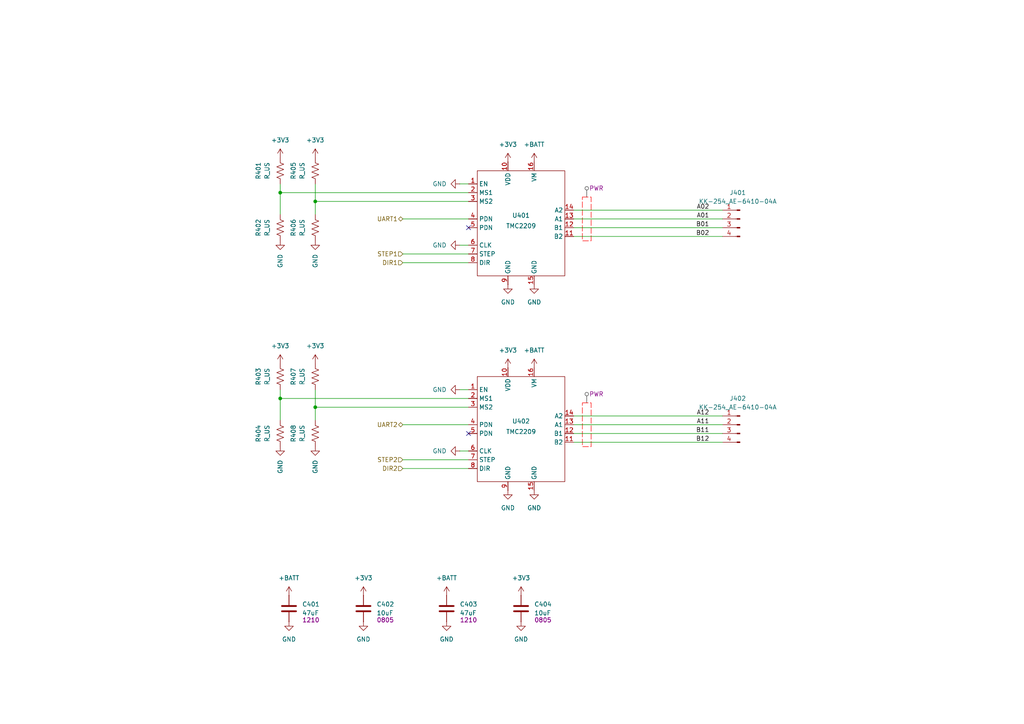
<source format=kicad_sch>
(kicad_sch (version 20250114) (generator "eeschema") (generator_version "9.0")
  (paper "A4")
  (lib_symbols
    (symbol "Connector:Conn_01x04_Pin" (pin_names (offset 1.016) (hide yes))
      (property "Reference" "J" (at 0 5.08 0))
      (property "Value" "Conn_01x04_Pin" (at 0 -7.62 0))
      (symbol "Conn_01x04_Pin_1_1"
        (rectangle (start 0.8636 2.667) (end 0 2.413) (stroke (width 0.1524)) (fill (type outline)))
        (rectangle (start 0.8636 0.127) (end 0 -0.127) (stroke (width 0.1524)) (fill (type outline)))
        (rectangle (start 0.8636 -2.413) (end 0 -2.667) (stroke (width 0.1524)) (fill (type outline)))
        (rectangle (start 0.8636 -4.953) (end 0 -5.207) (stroke (width 0.1524)) (fill (type outline)))
        (polyline (pts (xy 1.27 2.54) (xy 0.8636 2.54)) (stroke (width 0.1524)))
        (polyline (pts (xy 1.27 0) (xy 0.8636 0)) (stroke (width 0.1524)))
        (polyline (pts (xy 1.27 -2.54) (xy 0.8636 -2.54)) (stroke (width 0.1524)))
        (polyline (pts (xy 1.27 -5.08) (xy 0.8636 -5.08)) (stroke (width 0.1524)))
        (pin passive line (at 5.08 2.54 180) (length 3.81) (name "Pin_1") (number "1"))
        (pin passive line (at 5.08 0 180) (length 3.81) (name "Pin_2") (number "2"))
        (pin passive line (at 5.08 -2.54 180) (length 3.81) (name "Pin_3") (number "3"))
        (pin passive line (at 5.08 -5.08 180) (length 3.81) (name "Pin_4") (number "4"))
      )
    )
    (symbol "Device:C" (pin_numbers (hide yes)) (pin_names (offset 0.254))
      (property "Reference" "C" (at 0.635 2.54 0))
      (property "Value" "C" (at 0.635 -2.54 0))
      (symbol "C_0_1"
        (polyline (pts (xy -2.032 0.762) (xy 2.032 0.762)) (stroke (width 0.508)))
        (polyline (pts (xy -2.032 -0.762) (xy 2.032 -0.762)) (stroke (width 0.508)))
      )
      (symbol "C_1_1"
        (pin passive line (at 0 3.81 270) (length 2.794) (name "~") (number "1"))
        (pin passive line (at 0 -3.81 90) (length 2.794) (name "~") (number "2"))
      )
    )
    (symbol "Device:R_US" (pin_numbers (hide yes)) (pin_names (offset 0))
      (property "Reference" "R" (at 2.54 0 90))
      (property "Value" "R_US" (at -2.54 0 90))
      (symbol "R_US_0_1"
        (polyline (pts (xy 0 2.286) (xy 0 2.54)))
        (polyline (pts (xy 0 2.286) (xy 1.016 1.905) (xy 0 1.524) (xy -1.016 1.143) (xy 0 0.762)))
        (polyline (pts (xy 0 0.762) (xy 1.016 0.381) (xy 0 0) (xy -1.016 -0.381) (xy 0 -0.762)))
        (polyline (pts (xy 0 -0.762) (xy 1.016 -1.143) (xy 0 -1.524) (xy -1.016 -1.905) (xy 0 -2.286)))
        (polyline (pts (xy 0 -2.286) (xy 0 -2.54)))
      )
      (symbol "R_US_1_1"
        (pin passive line (at 0 3.81 270) (length 1.27) (name "~") (number "1"))
        (pin passive line (at 0 -3.81 90) (length 1.27) (name "~") (number "2"))
      )
    )
    (symbol "Pokibot:TMC2209"
      (property "Reference" "U" (at -2.032 -3.302 0))
      (property "Value" "TMC2209" (at 0 -6.096 0))
      (symbol "TMC2209_0_1"
        (rectangle (start -12.7 11.43) (end 12.7 -19.05))
      )
      (symbol "TMC2209_1_1"
        (pin input line (at -15.24 7.62 0) (length 2.54) (name "EN") (number "1"))
        (pin input line (at -15.24 5.08 0) (length 2.54) (name "MS1") (number "2"))
        (pin input line (at -15.24 2.54 0) (length 2.54) (name "MS2") (number "3"))
        (pin input line (at -15.24 -2.54 0) (length 2.54) (name "PDN") (number "4"))
        (pin input line (at -15.24 -5.08 0) (length 2.54) (name "PDN") (number "5"))
        (pin input line (at -15.24 -10.16 0) (length 2.54) (name "CLK") (number "6"))
        (pin input line (at -15.24 -12.7 0) (length 2.54) (name "STEP") (number "7"))
        (pin input line (at -15.24 -15.24 0) (length 2.54) (name "DIR") (number "8"))
        (pin input line (at -3.81 13.97 270) (length 2.54) (name "VDD") (number "10"))
        (pin input line (at -3.81 -21.59 90) (length 2.54) (name "GND") (number "9"))
        (pin input line (at 3.81 13.97 270) (length 2.54) (name "VM") (number "16"))
        (pin input line (at 3.81 -21.59 90) (length 2.54) (name "GND") (number "15"))
        (pin input line (at 15.24 0 180) (length 2.54) (name "A2") (number "14"))
        (pin input line (at 15.24 -2.54 180) (length 2.54) (name "A1") (number "13"))
        (pin input line (at 15.24 -5.08 180) (length 2.54) (name "B1") (number "12"))
        (pin input line (at 15.24 -7.62 180) (length 2.54) (name "B2") (number "11"))
      )
    )
    (symbol "power:+3V3" (power) (pin_numbers (hide yes)) (pin_names (offset 0) (hide yes))
      (property "Value" "+3V3" (at 0 3.556 0))
      (symbol "+3V3_0_1"
        (polyline (pts (xy -0.762 1.27) (xy 0 2.54)))
        (polyline (pts (xy 0 2.54) (xy 0.762 1.27)))
        (polyline (pts (xy 0 0) (xy 0 2.54)))
      )
      (symbol "+3V3_1_1"
        (pin power_in line (at 0 0 90) (length 0) (name "~") (number "1"))
      )
    )
    (symbol "power:+BATT" (power) (pin_numbers (hide yes)) (pin_names (offset 0) (hide yes))
      (property "Value" "+BATT" (at 0 3.556 0))
      (symbol "+BATT_0_1"
        (polyline (pts (xy -0.762 1.27) (xy 0 2.54)))
        (polyline (pts (xy 0 2.54) (xy 0.762 1.27)))
        (polyline (pts (xy 0 0) (xy 0 2.54)))
      )
      (symbol "+BATT_1_1"
        (pin power_in line (at 0 0 90) (length 0) (name "~") (number "1"))
      )
    )
    (symbol "power:GND" (power) (pin_numbers (hide yes)) (pin_names (offset 0) (hide yes))
      (property "Value" "GND" (at 0 -3.81 0))
      (symbol "GND_0_1"
        (polyline (pts (xy 0 0) (xy 0 -1.27) (xy 1.27 -1.27) (xy 0 -2.54) (xy -1.27 -1.27) (xy 0 -1.27)))
      )
      (symbol "GND_1_1"
        (pin power_in line (at 0 0 270) (length 0) (name "~") (number "1"))
      )
    )
  )
  (junction (at 91.44 118.11))
  (junction (at 81.28 55.88))
  (junction (at 81.28 115.57))
  (junction (at 91.44 58.42))
  (no_connect (at 135.89 66.04))
  (no_connect (at 135.89 125.73))
  (wire (pts (xy 166.37 60.96) (xy 209.55 60.96)))
  (wire (pts (xy 133.35 113.03) (xy 135.89 113.03)))
  (wire (pts (xy 116.84 133.35) (xy 135.89 133.35)))
  (wire (pts (xy 91.44 58.42) (xy 91.44 53.34)))
  (wire (pts (xy 91.44 58.42) (xy 91.44 62.23)))
  (wire (pts (xy 166.37 68.58) (xy 209.55 68.58)))
  (wire (pts (xy 135.89 115.57) (xy 81.28 115.57)))
  (wire (pts (xy 91.44 118.11) (xy 91.44 113.03)))
  (wire (pts (xy 116.84 123.19) (xy 135.89 123.19)))
  (wire (pts (xy 81.28 115.57) (xy 81.28 121.92)))
  (wire (pts (xy 166.37 63.5) (xy 209.55 63.5)))
  (wire (pts (xy 91.44 118.11) (xy 91.44 121.92)))
  (wire (pts (xy 135.89 58.42) (xy 91.44 58.42)))
  (wire (pts (xy 81.28 55.88) (xy 81.28 53.34)))
  (wire (pts (xy 116.84 73.66) (xy 135.89 73.66)))
  (wire (pts (xy 116.84 63.5) (xy 135.89 63.5)))
  (wire (pts (xy 166.37 66.04) (xy 209.55 66.04)))
  (wire (pts (xy 166.37 125.73) (xy 209.55 125.73)))
  (wire (pts (xy 135.89 118.11) (xy 91.44 118.11)))
  (wire (pts (xy 81.28 115.57) (xy 81.28 113.03)))
  (wire (pts (xy 81.28 55.88) (xy 81.28 62.23)))
  (wire (pts (xy 166.37 123.19) (xy 209.55 123.19)))
  (wire (pts (xy 166.37 120.65) (xy 209.55 120.65)))
  (wire (pts (xy 166.37 128.27) (xy 209.55 128.27)))
  (wire (pts (xy 133.35 71.12) (xy 135.89 71.12)))
  (wire (pts (xy 133.35 130.81) (xy 135.89 130.81)))
  (wire (pts (xy 133.35 53.34) (xy 135.89 53.34)))
  (wire (pts (xy 135.89 55.88) (xy 81.28 55.88)))
  (wire (pts (xy 116.84 76.2) (xy 135.89 76.2)))
  (wire (pts (xy 116.84 135.89) (xy 135.89 135.89)))
  (label "B01" (at 205.74 66.04 180))
  (label "B02" (at 205.74 68.58 180))
  (label "A11" (at 205.74 123.19 180))
  (label "B12" (at 205.74 128.27 180))
  (label "A02" (at 205.74 60.96 180))
  (label "A12" (at 205.74 120.65 180))
  (label "B11" (at 205.74 125.73 180))
  (label "A01" (at 205.74 63.5 180))
  (hierarchical_label "STEP1" (shape input) (at 116.84 73.66 180))
  (hierarchical_label "STEP2" (shape input) (at 116.84 133.35 180))
  (hierarchical_label "DIR2" (shape input) (at 116.84 135.89 180))
  (hierarchical_label "UART1" (shape bidirectional) (at 116.84 63.5 180))
  (hierarchical_label "DIR1" (shape input) (at 116.84 76.2 180))
  (hierarchical_label "UART2" (shape bidirectional) (at 116.84 123.19 180))
  (rule_area (polyline (pts (xy 168.91 57.15) (xy 171.45 57.15) (xy 171.45 69.85) (xy 168.91 69.85)) (stroke (width 0) (type dash))))
  (rule_area (polyline (pts (xy 168.91 116.84) (xy 171.45 116.84) (xy 171.45 129.54) (xy 168.91 129.54)) (stroke (width 0) (type dash))))
  (netclass_flag "" (length 2.54) (shape round) (at 170.18 57.15 0) (property "Netclass" "PWR" (at 170.8785 54.61 0) (effects (justify left))))
  (netclass_flag "" (length 2.54) (shape round) (at 170.18 116.84 0) (property "Netclass" "PWR" (at 170.8785 114.3 0) (effects (justify left))))
  (symbol (lib_id "Connector:Conn_01x04_Pin") (at 214.63 123.19 0) (mirror y) (unit 1)
    (property "Reference" "J402" (at 213.995 115.57 0))
    (property "Value" "KK-254_AE-6410-04A" (at 213.995 118.11 0))
    (property "Footprint" "Connector_Molex:Molex_KK-254_AE-6410-04A_1x04_P2.54mm_Vertical" (effects (hide yes)))
    (property "Description" "Generic connector, single row, 01x04, script generated" (effects (hide yes)))
  )
  (symbol (lib_id "power:GND") (at 147.32 142.24 0) (unit 1)
    (property "Reference" "#PWR0422" (effects (hide yes)))
    (property "Value" "GND" (at 147.32 147.32 0))
    (property "Description" "Power symbol creates a global label with name \"GND\" , ground" (effects (hide yes)))
  )
  (symbol (lib_id "power:GND") (at 129.54 180.34 0) (unit 1)
    (property "Reference" "#PWR0414" (effects (hide yes)))
    (property "Value" "GND" (at 129.54 185.42 0))
    (property "Description" "Power symbol creates a global label with name \"GND\" , ground" (effects (hide yes)))
  )
  (symbol (lib_id "power:GND") (at 83.82 180.34 0) (unit 1)
    (property "Reference" "#PWR0406" (effects (hide yes)))
    (property "Value" "GND" (at 83.82 185.42 0))
    (property "Description" "Power symbol creates a global label with name \"GND\" , ground" (effects (hide yes)))
  )
  (symbol (lib_id "power:+3V3") (at 151.13 172.72 0) (unit 1)
    (property "Reference" "#PWR0423" (effects (hide yes)))
    (property "Value" "+3V3" (at 151.13 167.64 0))
    (property "Description" "Power symbol creates a global label with name \"+3V3\"" (effects (hide yes)))
  )
  (symbol (lib_id "power:GND") (at 147.32 82.55 0) (unit 1)
    (property "Reference" "#PWR0420" (effects (hide yes)))
    (property "Value" "GND" (at 147.32 87.63 0))
    (property "Description" "Power symbol creates a global label with name \"GND\" , ground" (effects (hide yes)))
  )
  (symbol (lib_id "power:+3V3") (at 81.28 105.41 0) (unit 1)
    (property "Reference" "#PWR0403" (effects (hide yes)))
    (property "Value" "+3V3" (at 81.28 100.33 0))
    (property "Description" "Power symbol creates a global label with name \"+3V3\"" (effects (hide yes)))
  )
  (symbol (lib_id "power:GND") (at 151.13 180.34 0) (unit 1)
    (property "Reference" "#PWR0424" (effects (hide yes)))
    (property "Value" "GND" (at 151.13 185.42 0))
    (property "Description" "Power symbol creates a global label with name \"GND\" , ground" (effects (hide yes)))
  )
  (symbol (lib_id "power:+BATT") (at 83.82 172.72 0) (unit 1)
    (property "Reference" "#PWR0405" (effects (hide yes)))
    (property "Value" "+BATT" (at 83.82 167.64 0))
    (property "Description" "Power symbol creates a global label with name \"+BATT\"" (effects (hide yes)))
  )
  (symbol (lib_id "Device:R_US") (at 81.28 49.53 180) (unit 1)
    (property "Reference" "R401" (at 74.93 49.53 90))
    (property "Value" "R_US" (at 77.47 49.53 90))
    (property "Footprint" "Resistor_SMD:R_0805_2012Metric_Pad1.20x1.40mm_HandSolder" (effects (hide yes)))
    (property "Description" "Resistor, US symbol" (effects (hide yes)))
  )
  (symbol (lib_id "power:+3V3") (at 147.32 106.68 0) (unit 1)
    (property "Reference" "#PWR0421" (effects (hide yes)))
    (property "Value" "+3V3" (at 147.32 101.6 0))
    (property "Description" "Power symbol creates a global label with name \"+3V3\"" (effects (hide yes)))
  )
  (symbol (lib_id "power:GND") (at 91.44 129.54 0) (unit 1)
    (property "Reference" "#PWR0410" (effects (hide yes)))
    (property "Value" "GND" (at 91.4399 133.35 90) (effects (justify right)))
    (property "Description" "Power symbol creates a global label with name \"GND\" , ground" (effects (hide yes)))
  )
  (symbol (lib_id "Device:R_US") (at 81.28 125.73 180) (unit 1)
    (property "Reference" "R404" (at 74.93 125.73 90))
    (property "Value" "R_US" (at 77.47 125.73 90))
    (property "Footprint" "Resistor_SMD:R_0805_2012Metric_Pad1.20x1.40mm_HandSolder" (effects (hide yes)))
    (property "Description" "Resistor, US symbol" (effects (hide yes)))
  )
  (symbol (lib_id "power:GND") (at 81.28 69.85 0) (unit 1)
    (property "Reference" "#PWR0402" (effects (hide yes)))
    (property "Value" "GND" (at 81.2799 73.66 90) (effects (justify right)))
    (property "Description" "Power symbol creates a global label with name \"GND\" , ground" (effects (hide yes)))
  )
  (symbol (lib_id "power:GND") (at 133.35 130.81 270) (unit 1)
    (property "Reference" "#PWR0418" (effects (hide yes)))
    (property "Value" "GND" (at 129.54 130.8099 90) (effects (justify right)))
    (property "Description" "Power symbol creates a global label with name \"GND\" , ground" (effects (hide yes)))
  )
  (symbol (lib_id "Device:C") (at 151.13 176.53 0) (unit 1)
    (property "Reference" "C404" (at 154.94 175.2599 0) (effects (justify left)))
    (property "Value" "10uF" (at 154.94 177.7999 0) (effects (justify left)))
    (property "Footprint" "Capacitor_SMD:C_0805_2012Metric_Pad1.18x1.45mm_HandSolder" (effects (hide yes)))
    (property "Description" "Unpolarized capacitor" (effects (hide yes)))
    (property "Size" "0805" (at 157.48 179.832 0))
  )
  (symbol (lib_id "Device:C") (at 83.82 176.53 0) (unit 1)
    (property "Reference" "C401" (at 87.63 175.2599 0) (effects (justify left)))
    (property "Value" "47uF" (at 87.63 177.7999 0) (effects (justify left)))
    (property "Footprint" "Capacitor_SMD:C_1210_3225Metric_Pad1.33x2.70mm_HandSolder" (effects (hide yes)))
    (property "Description" "Unpolarized capacitor" (effects (hide yes)))
    (property "Size" "1210" (at 90.17 179.832 0))
  )
  (symbol (lib_id "power:+BATT") (at 154.94 106.68 0) (unit 1)
    (property "Reference" "#PWR0427" (effects (hide yes)))
    (property "Value" "+BATT" (at 154.94 101.6 0))
    (property "Description" "Power symbol creates a global label with name \"+BATT\"" (effects (hide yes)))
  )
  (symbol (lib_id "power:+3V3") (at 147.32 46.99 0) (unit 1)
    (property "Reference" "#PWR0419" (effects (hide yes)))
    (property "Value" "+3V3" (at 147.32 41.91 0))
    (property "Description" "Power symbol creates a global label with name \"+3V3\"" (effects (hide yes)))
  )
  (symbol (lib_id "power:+3V3") (at 81.28 45.72 0) (unit 1)
    (property "Reference" "#PWR0401" (effects (hide yes)))
    (property "Value" "+3V3" (at 81.28 40.64 0))
    (property "Description" "Power symbol creates a global label with name \"+3V3\"" (effects (hide yes)))
  )
  (symbol (lib_id "power:GND") (at 91.44 69.85 0) (unit 1)
    (property "Reference" "#PWR0408" (effects (hide yes)))
    (property "Value" "GND" (at 91.4399 73.66 90) (effects (justify right)))
    (property "Description" "Power symbol creates a global label with name \"GND\" , ground" (effects (hide yes)))
  )
  (symbol (lib_id "power:GND") (at 133.35 53.34 270) (unit 1)
    (property "Reference" "#PWR0415" (effects (hide yes)))
    (property "Value" "GND" (at 129.54 53.3399 90) (effects (justify right)))
    (property "Description" "Power symbol creates a global label with name \"GND\" , ground" (effects (hide yes)))
  )
  (symbol (lib_id "power:+3V3") (at 91.44 105.41 0) (unit 1)
    (property "Reference" "#PWR0409" (effects (hide yes)))
    (property "Value" "+3V3" (at 91.44 100.33 0))
    (property "Description" "Power symbol creates a global label with name \"+3V3\"" (effects (hide yes)))
  )
  (symbol (lib_id "power:+3V3") (at 105.41 172.72 0) (unit 1)
    (property "Reference" "#PWR0411" (effects (hide yes)))
    (property "Value" "+3V3" (at 105.41 167.64 0))
    (property "Description" "Power symbol creates a global label with name \"+3V3\"" (effects (hide yes)))
  )
  (symbol (lib_id "Device:R_US") (at 91.44 49.53 180) (unit 1)
    (property "Reference" "R405" (at 85.09 49.53 90))
    (property "Value" "R_US" (at 87.63 49.53 90))
    (property "Footprint" "Resistor_SMD:R_0805_2012Metric_Pad1.20x1.40mm_HandSolder" (effects (hide yes)))
    (property "Description" "Resistor, US symbol" (effects (hide yes)))
  )
  (symbol (lib_id "power:GND") (at 133.35 113.03 270) (unit 1)
    (property "Reference" "#PWR0417" (effects (hide yes)))
    (property "Value" "GND" (at 129.54 113.0299 90) (effects (justify right)))
    (property "Description" "Power symbol creates a global label with name \"GND\" , ground" (effects (hide yes)))
  )
  (symbol (lib_id "Pokibot:TMC2209") (at 151.13 60.96 0) (unit 1)
    (property "Reference" "U401" (at 151.13 62.484 0))
    (property "Value" "TMC2209" (at 151.13 65.532 0))
    (property "Footprint" "Library:TMC2209" (effects (hide yes)))
  )
  (symbol (lib_id "Device:R_US") (at 81.28 66.04 180) (unit 1)
    (property "Reference" "R402" (at 74.93 66.04 90))
    (property "Value" "R_US" (at 77.47 66.04 90))
    (property "Footprint" "Resistor_SMD:R_0805_2012Metric_Pad1.20x1.40mm_HandSolder" (effects (hide yes)))
    (property "Description" "Resistor, US symbol" (effects (hide yes)))
  )
  (symbol (lib_id "power:GND") (at 154.94 82.55 0) (unit 1)
    (property "Reference" "#PWR0426" (effects (hide yes)))
    (property "Value" "GND" (at 154.94 87.63 0))
    (property "Description" "Power symbol creates a global label with name \"GND\" , ground" (effects (hide yes)))
  )
  (symbol (lib_id "power:GND") (at 154.94 142.24 0) (unit 1)
    (property "Reference" "#PWR0428" (effects (hide yes)))
    (property "Value" "GND" (at 154.94 147.32 0))
    (property "Description" "Power symbol creates a global label with name \"GND\" , ground" (effects (hide yes)))
  )
  (symbol (lib_id "power:GND") (at 133.35 71.12 270) (unit 1)
    (property "Reference" "#PWR0416" (effects (hide yes)))
    (property "Value" "GND" (at 129.54 71.1199 90) (effects (justify right)))
    (property "Description" "Power symbol creates a global label with name \"GND\" , ground" (effects (hide yes)))
  )
  (symbol (lib_id "power:GND") (at 105.41 180.34 0) (unit 1)
    (property "Reference" "#PWR0412" (effects (hide yes)))
    (property "Value" "GND" (at 105.41 185.42 0))
    (property "Description" "Power symbol creates a global label with name \"GND\" , ground" (effects (hide yes)))
  )
  (symbol (lib_id "Device:R_US") (at 91.44 125.73 180) (unit 1)
    (property "Reference" "R408" (at 85.09 125.73 90))
    (property "Value" "R_US" (at 87.63 125.73 90))
    (property "Footprint" "Resistor_SMD:R_0805_2012Metric_Pad1.20x1.40mm_HandSolder" (effects (hide yes)))
    (property "Description" "Resistor, US symbol" (effects (hide yes)))
  )
  (symbol (lib_id "Device:R_US") (at 91.44 66.04 180) (unit 1)
    (property "Reference" "R406" (at 85.09 66.04 90))
    (property "Value" "R_US" (at 87.63 66.04 90))
    (property "Footprint" "Resistor_SMD:R_0805_2012Metric_Pad1.20x1.40mm_HandSolder" (effects (hide yes)))
    (property "Description" "Resistor, US symbol" (effects (hide yes)))
  )
  (symbol (lib_id "Pokibot:TMC2209") (at 151.13 120.65 0) (unit 1)
    (property "Reference" "U402" (at 151.13 122.174 0))
    (property "Value" "TMC2209" (at 151.13 125.222 0))
    (property "Footprint" "Library:TMC2209" (effects (hide yes)))
  )
  (symbol (lib_id "Device:C") (at 129.54 176.53 0) (unit 1)
    (property "Reference" "C403" (at 133.35 175.2599 0) (effects (justify left)))
    (property "Value" "47uF" (at 133.35 177.7999 0) (effects (justify left)))
    (property "Footprint" "Capacitor_SMD:C_1210_3225Metric_Pad1.33x2.70mm_HandSolder" (effects (hide yes)))
    (property "Description" "Unpolarized capacitor" (effects (hide yes)))
    (property "Size" "1210" (at 135.89 179.832 0))
  )
  (symbol (lib_id "power:+BATT") (at 154.94 46.99 0) (unit 1)
    (property "Reference" "#PWR0425" (effects (hide yes)))
    (property "Value" "+BATT" (at 154.94 41.91 0))
    (property "Description" "Power symbol creates a global label with name \"+BATT\"" (effects (hide yes)))
  )
  (symbol (lib_id "power:+BATT") (at 129.54 172.72 0) (unit 1)
    (property "Reference" "#PWR0413" (effects (hide yes)))
    (property "Value" "+BATT" (at 129.54 167.64 0))
    (property "Description" "Power symbol creates a global label with name \"+BATT\"" (effects (hide yes)))
  )
  (symbol (lib_id "power:GND") (at 81.28 129.54 0) (unit 1)
    (property "Reference" "#PWR0404" (effects (hide yes)))
    (property "Value" "GND" (at 81.2799 133.35 90) (effects (justify right)))
    (property "Description" "Power symbol creates a global label with name \"GND\" , ground" (effects (hide yes)))
  )
  (symbol (lib_id "Device:R_US") (at 91.44 109.22 180) (unit 1)
    (property "Reference" "R407" (at 85.09 109.22 90))
    (property "Value" "R_US" (at 87.63 109.22 90))
    (property "Footprint" "Resistor_SMD:R_0805_2012Metric_Pad1.20x1.40mm_HandSolder" (effects (hide yes)))
    (property "Description" "Resistor, US symbol" (effects (hide yes)))
  )
  (symbol (lib_id "Device:C") (at 105.41 176.53 0) (unit 1)
    (property "Reference" "C402" (at 109.22 175.2599 0) (effects (justify left)))
    (property "Value" "10uF" (at 109.22 177.7999 0) (effects (justify left)))
    (property "Footprint" "Capacitor_SMD:C_0805_2012Metric_Pad1.18x1.45mm_HandSolder" (effects (hide yes)))
    (property "Description" "Unpolarized capacitor" (effects (hide yes)))
    (property "Size" "0805" (at 111.76 179.832 0))
  )
  (symbol (lib_id "Connector:Conn_01x04_Pin") (at 214.63 63.5 0) (mirror y) (unit 1)
    (property "Reference" "J401" (at 213.995 55.88 0))
    (property "Value" "KK-254_AE-6410-04A" (at 213.995 58.42 0))
    (property "Footprint" "Connector_Molex:Molex_KK-254_AE-6410-04A_1x04_P2.54mm_Vertical" (effects (hide yes)))
    (property "Description" "Generic connector, single row, 01x04, script generated" (effects (hide yes)))
  )
  (symbol (lib_id "Device:R_US") (at 81.28 109.22 180) (unit 1)
    (property "Reference" "R403" (at 74.93 109.22 90))
    (property "Value" "R_US" (at 77.47 109.22 90))
    (property "Footprint" "Resistor_SMD:R_0805_2012Metric_Pad1.20x1.40mm_HandSolder" (effects (hide yes)))
    (property "Description" "Resistor, US symbol" (effects (hide yes)))
  )
  (symbol (lib_id "power:+3V3") (at 91.44 45.72 0) (unit 1)
    (property "Reference" "#PWR0407" (effects (hide yes)))
    (property "Value" "+3V3" (at 91.44 40.64 0))
    (property "Description" "Power symbol creates a global label with name \"+3V3\"" (effects (hide yes)))
  )
)
</source>
